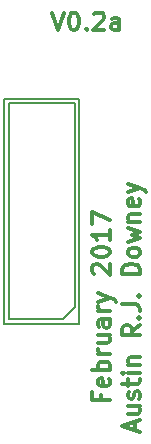
<source format=gbr>
G04 #@! TF.FileFunction,Legend,Top*
%FSLAX46Y46*%
G04 Gerber Fmt 4.6, Leading zero omitted, Abs format (unit mm)*
G04 Created by KiCad (PCBNEW 4.0.5) date 02/02/17 02:12:40*
%MOMM*%
%LPD*%
G01*
G04 APERTURE LIST*
%ADD10C,0.100000*%
%ADD11C,0.300000*%
%ADD12C,0.150000*%
G04 APERTURE END LIST*
D10*
D11*
X159595715Y-88586571D02*
X160095715Y-90086571D01*
X160595715Y-88586571D01*
X161381429Y-88586571D02*
X161524286Y-88586571D01*
X161667143Y-88658000D01*
X161738572Y-88729429D01*
X161810001Y-88872286D01*
X161881429Y-89158000D01*
X161881429Y-89515143D01*
X161810001Y-89800857D01*
X161738572Y-89943714D01*
X161667143Y-90015143D01*
X161524286Y-90086571D01*
X161381429Y-90086571D01*
X161238572Y-90015143D01*
X161167143Y-89943714D01*
X161095715Y-89800857D01*
X161024286Y-89515143D01*
X161024286Y-89158000D01*
X161095715Y-88872286D01*
X161167143Y-88729429D01*
X161238572Y-88658000D01*
X161381429Y-88586571D01*
X162524286Y-89943714D02*
X162595714Y-90015143D01*
X162524286Y-90086571D01*
X162452857Y-90015143D01*
X162524286Y-89943714D01*
X162524286Y-90086571D01*
X163167143Y-88729429D02*
X163238572Y-88658000D01*
X163381429Y-88586571D01*
X163738572Y-88586571D01*
X163881429Y-88658000D01*
X163952858Y-88729429D01*
X164024286Y-88872286D01*
X164024286Y-89015143D01*
X163952858Y-89229429D01*
X163095715Y-90086571D01*
X164024286Y-90086571D01*
X165310000Y-90086571D02*
X165310000Y-89300857D01*
X165238571Y-89158000D01*
X165095714Y-89086571D01*
X164810000Y-89086571D01*
X164667143Y-89158000D01*
X165310000Y-90015143D02*
X165167143Y-90086571D01*
X164810000Y-90086571D01*
X164667143Y-90015143D01*
X164595714Y-89872286D01*
X164595714Y-89729429D01*
X164667143Y-89586571D01*
X164810000Y-89515143D01*
X165167143Y-89515143D01*
X165310000Y-89443714D01*
X163717857Y-120930855D02*
X163717857Y-121430855D01*
X164503571Y-121430855D02*
X163003571Y-121430855D01*
X163003571Y-120716569D01*
X164432143Y-119573713D02*
X164503571Y-119716570D01*
X164503571Y-120002284D01*
X164432143Y-120145141D01*
X164289286Y-120216570D01*
X163717857Y-120216570D01*
X163575000Y-120145141D01*
X163503571Y-120002284D01*
X163503571Y-119716570D01*
X163575000Y-119573713D01*
X163717857Y-119502284D01*
X163860714Y-119502284D01*
X164003571Y-120216570D01*
X164503571Y-118859427D02*
X163003571Y-118859427D01*
X163575000Y-118859427D02*
X163503571Y-118716570D01*
X163503571Y-118430856D01*
X163575000Y-118287999D01*
X163646429Y-118216570D01*
X163789286Y-118145141D01*
X164217857Y-118145141D01*
X164360714Y-118216570D01*
X164432143Y-118287999D01*
X164503571Y-118430856D01*
X164503571Y-118716570D01*
X164432143Y-118859427D01*
X164503571Y-117502284D02*
X163503571Y-117502284D01*
X163789286Y-117502284D02*
X163646429Y-117430856D01*
X163575000Y-117359427D01*
X163503571Y-117216570D01*
X163503571Y-117073713D01*
X163503571Y-115930856D02*
X164503571Y-115930856D01*
X163503571Y-116573713D02*
X164289286Y-116573713D01*
X164432143Y-116502285D01*
X164503571Y-116359427D01*
X164503571Y-116145142D01*
X164432143Y-116002285D01*
X164360714Y-115930856D01*
X164503571Y-114573713D02*
X163717857Y-114573713D01*
X163575000Y-114645142D01*
X163503571Y-114787999D01*
X163503571Y-115073713D01*
X163575000Y-115216570D01*
X164432143Y-114573713D02*
X164503571Y-114716570D01*
X164503571Y-115073713D01*
X164432143Y-115216570D01*
X164289286Y-115287999D01*
X164146429Y-115287999D01*
X164003571Y-115216570D01*
X163932143Y-115073713D01*
X163932143Y-114716570D01*
X163860714Y-114573713D01*
X164503571Y-113859427D02*
X163503571Y-113859427D01*
X163789286Y-113859427D02*
X163646429Y-113787999D01*
X163575000Y-113716570D01*
X163503571Y-113573713D01*
X163503571Y-113430856D01*
X163503571Y-113073713D02*
X164503571Y-112716570D01*
X163503571Y-112359428D02*
X164503571Y-112716570D01*
X164860714Y-112859428D01*
X164932143Y-112930856D01*
X165003571Y-113073713D01*
X163146429Y-110716571D02*
X163075000Y-110645142D01*
X163003571Y-110502285D01*
X163003571Y-110145142D01*
X163075000Y-110002285D01*
X163146429Y-109930856D01*
X163289286Y-109859428D01*
X163432143Y-109859428D01*
X163646429Y-109930856D01*
X164503571Y-110787999D01*
X164503571Y-109859428D01*
X163003571Y-108930857D02*
X163003571Y-108788000D01*
X163075000Y-108645143D01*
X163146429Y-108573714D01*
X163289286Y-108502285D01*
X163575000Y-108430857D01*
X163932143Y-108430857D01*
X164217857Y-108502285D01*
X164360714Y-108573714D01*
X164432143Y-108645143D01*
X164503571Y-108788000D01*
X164503571Y-108930857D01*
X164432143Y-109073714D01*
X164360714Y-109145143D01*
X164217857Y-109216571D01*
X163932143Y-109288000D01*
X163575000Y-109288000D01*
X163289286Y-109216571D01*
X163146429Y-109145143D01*
X163075000Y-109073714D01*
X163003571Y-108930857D01*
X164503571Y-107002286D02*
X164503571Y-107859429D01*
X164503571Y-107430857D02*
X163003571Y-107430857D01*
X163217857Y-107573714D01*
X163360714Y-107716572D01*
X163432143Y-107859429D01*
X163003571Y-106502286D02*
X163003571Y-105502286D01*
X164503571Y-106145143D01*
X166625000Y-123930858D02*
X166625000Y-123216572D01*
X167053571Y-124073715D02*
X165553571Y-123573715D01*
X167053571Y-123073715D01*
X166053571Y-121930858D02*
X167053571Y-121930858D01*
X166053571Y-122573715D02*
X166839286Y-122573715D01*
X166982143Y-122502287D01*
X167053571Y-122359429D01*
X167053571Y-122145144D01*
X166982143Y-122002287D01*
X166910714Y-121930858D01*
X166982143Y-121288001D02*
X167053571Y-121145144D01*
X167053571Y-120859429D01*
X166982143Y-120716572D01*
X166839286Y-120645144D01*
X166767857Y-120645144D01*
X166625000Y-120716572D01*
X166553571Y-120859429D01*
X166553571Y-121073715D01*
X166482143Y-121216572D01*
X166339286Y-121288001D01*
X166267857Y-121288001D01*
X166125000Y-121216572D01*
X166053571Y-121073715D01*
X166053571Y-120859429D01*
X166125000Y-120716572D01*
X166053571Y-120216572D02*
X166053571Y-119645143D01*
X165553571Y-120002286D02*
X166839286Y-120002286D01*
X166982143Y-119930858D01*
X167053571Y-119788000D01*
X167053571Y-119645143D01*
X167053571Y-119145143D02*
X166053571Y-119145143D01*
X165553571Y-119145143D02*
X165625000Y-119216572D01*
X165696429Y-119145143D01*
X165625000Y-119073715D01*
X165553571Y-119145143D01*
X165696429Y-119145143D01*
X166053571Y-118430857D02*
X167053571Y-118430857D01*
X166196429Y-118430857D02*
X166125000Y-118359429D01*
X166053571Y-118216571D01*
X166053571Y-118002286D01*
X166125000Y-117859429D01*
X166267857Y-117788000D01*
X167053571Y-117788000D01*
X167053571Y-115073714D02*
X166339286Y-115573714D01*
X167053571Y-115930857D02*
X165553571Y-115930857D01*
X165553571Y-115359429D01*
X165625000Y-115216571D01*
X165696429Y-115145143D01*
X165839286Y-115073714D01*
X166053571Y-115073714D01*
X166196429Y-115145143D01*
X166267857Y-115216571D01*
X166339286Y-115359429D01*
X166339286Y-115930857D01*
X166910714Y-114430857D02*
X166982143Y-114359429D01*
X167053571Y-114430857D01*
X166982143Y-114502286D01*
X166910714Y-114430857D01*
X167053571Y-114430857D01*
X165553571Y-113288000D02*
X166625000Y-113288000D01*
X166839286Y-113359428D01*
X166982143Y-113502285D01*
X167053571Y-113716571D01*
X167053571Y-113859428D01*
X166910714Y-112573714D02*
X166982143Y-112502286D01*
X167053571Y-112573714D01*
X166982143Y-112645143D01*
X166910714Y-112573714D01*
X167053571Y-112573714D01*
X167053571Y-110716571D02*
X165553571Y-110716571D01*
X165553571Y-110359428D01*
X165625000Y-110145143D01*
X165767857Y-110002285D01*
X165910714Y-109930857D01*
X166196429Y-109859428D01*
X166410714Y-109859428D01*
X166696429Y-109930857D01*
X166839286Y-110002285D01*
X166982143Y-110145143D01*
X167053571Y-110359428D01*
X167053571Y-110716571D01*
X167053571Y-109002285D02*
X166982143Y-109145143D01*
X166910714Y-109216571D01*
X166767857Y-109288000D01*
X166339286Y-109288000D01*
X166196429Y-109216571D01*
X166125000Y-109145143D01*
X166053571Y-109002285D01*
X166053571Y-108788000D01*
X166125000Y-108645143D01*
X166196429Y-108573714D01*
X166339286Y-108502285D01*
X166767857Y-108502285D01*
X166910714Y-108573714D01*
X166982143Y-108645143D01*
X167053571Y-108788000D01*
X167053571Y-109002285D01*
X166053571Y-108002285D02*
X167053571Y-107716571D01*
X166339286Y-107430857D01*
X167053571Y-107145142D01*
X166053571Y-106859428D01*
X166053571Y-106287999D02*
X167053571Y-106287999D01*
X166196429Y-106287999D02*
X166125000Y-106216571D01*
X166053571Y-106073713D01*
X166053571Y-105859428D01*
X166125000Y-105716571D01*
X166267857Y-105645142D01*
X167053571Y-105645142D01*
X166982143Y-104359428D02*
X167053571Y-104502285D01*
X167053571Y-104787999D01*
X166982143Y-104930856D01*
X166839286Y-105002285D01*
X166267857Y-105002285D01*
X166125000Y-104930856D01*
X166053571Y-104787999D01*
X166053571Y-104502285D01*
X166125000Y-104359428D01*
X166267857Y-104287999D01*
X166410714Y-104287999D01*
X166553571Y-105002285D01*
X166053571Y-103787999D02*
X167053571Y-103430856D01*
X166053571Y-103073714D02*
X167053571Y-103430856D01*
X167410714Y-103573714D01*
X167482143Y-103645142D01*
X167553571Y-103787999D01*
D12*
X161544000Y-96266000D02*
X155956000Y-96266000D01*
X155956000Y-96266000D02*
X155956000Y-114554000D01*
X161544000Y-113538000D02*
X161544000Y-96266000D01*
X160528000Y-114554000D02*
X161544000Y-113538000D01*
X155956000Y-114554000D02*
X160528000Y-114554000D01*
X155575000Y-114935000D02*
X161925000Y-114935000D01*
X161925000Y-114935000D02*
X161925000Y-95885000D01*
X161925000Y-95885000D02*
X155575000Y-95885000D01*
X155575000Y-114935000D02*
X155575000Y-95885000D01*
M02*

</source>
